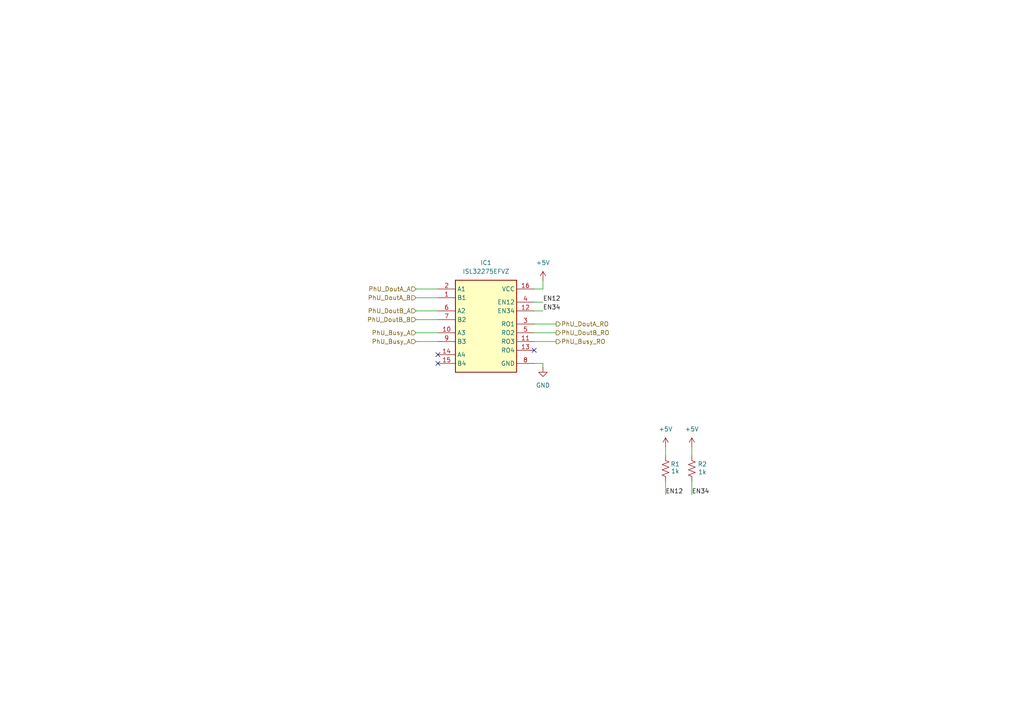
<source format=kicad_sch>
(kicad_sch (version 20250114) (generator "eeschema") (generator_version "9.0")
  (paper "A4")
  (lib_symbols
    (symbol "Device:R_US" (pin_numbers (hide yes)) (pin_names (offset 0))
      (property "Reference" "R" (at 2.54 0 90))
      (property "Value" "R_US" (at -2.54 0 90))
      (symbol "R_US_0_1"
        (polyline (pts (xy 0 2.286) (xy 0 2.54)))
        (polyline (pts (xy 0 2.286) (xy 1.016 1.905) (xy 0 1.524) (xy -1.016 1.143) (xy 0 0.762)))
        (polyline (pts (xy 0 0.762) (xy 1.016 0.381) (xy 0 0) (xy -1.016 -0.381) (xy 0 -0.762)))
        (polyline (pts (xy 0 -0.762) (xy 1.016 -1.143) (xy 0 -1.524) (xy -1.016 -1.905) (xy 0 -2.286)))
        (polyline (pts (xy 0 -2.286) (xy 0 -2.54)))
      )
      (symbol "R_US_1_1"
        (pin passive line (at 0 3.81 270) (length 1.27) (name "~") (number "1"))
        (pin passive line (at 0 -3.81 90) (length 1.27) (name "~") (number "2"))
      )
    )
    (symbol "Samacsys:ISL32275EFVZ"
      (property "Reference" "IC1" (at 13.97 11.43 0))
      (property "Value" "ISL32275EFVZ" (at 13.97 8.89 0))
      (symbol "ISL32275EFVZ_1_1"
        (rectangle (start 5.08 6.35) (end 22.86 -20.32) (stroke (width 0.254)) (fill (type background)))
        (pin passive line (at 0 3.81 0) (length 5.08) (name "A1") (number "2"))
        (pin passive line (at 0 1.27 0) (length 5.08) (name "B1") (number "1"))
        (pin passive line (at 0 -2.54 0) (length 5.08) (name "A2") (number "6"))
        (pin passive line (at 0 -5.08 0) (length 5.08) (name "B2") (number "7"))
        (pin passive line (at 0 -8.89 0) (length 5.08) (name "A3") (number "10"))
        (pin passive line (at 0 -11.43 0) (length 5.08) (name "B3") (number "9"))
        (pin passive line (at 0 -15.24 0) (length 5.08) (name "A4") (number "14"))
        (pin passive line (at 0 -17.78 0) (length 5.08) (name "B4") (number "15"))
        (pin passive line (at 27.94 3.81 180) (length 5.08) (name "VCC") (number "16"))
        (pin passive line (at 27.94 0 180) (length 5.08) (name "EN12") (number "4"))
        (pin passive line (at 27.94 -2.54 180) (length 5.08) (name "EN34") (number "12"))
        (pin passive line (at 27.94 -6.35 180) (length 5.08) (name "RO1") (number "3"))
        (pin passive line (at 27.94 -8.89 180) (length 5.08) (name "RO2") (number "5"))
        (pin passive line (at 27.94 -11.43 180) (length 5.08) (name "RO3") (number "11"))
        (pin passive line (at 27.94 -13.97 180) (length 5.08) (name "RO4") (number "13"))
        (pin passive line (at 27.94 -17.78 180) (length 5.08) (name "GND") (number "8"))
      )
    )
    (symbol "power:+5V" (power) (pin_numbers (hide yes)) (pin_names (offset 0) (hide yes))
      (property "Value" "+5V" (at 0 3.556 0))
      (symbol "+5V_0_1"
        (polyline (pts (xy -0.762 1.27) (xy 0 2.54)))
        (polyline (pts (xy 0 2.54) (xy 0.762 1.27)))
        (polyline (pts (xy 0 0) (xy 0 2.54)))
      )
      (symbol "+5V_1_1"
        (pin power_in line (at 0 0 90) (length 0) (name "~") (number "1"))
      )
    )
    (symbol "power:GND" (power) (pin_numbers (hide yes)) (pin_names (offset 0) (hide yes))
      (property "Value" "GND" (at 0 -3.81 0))
      (symbol "GND_0_1"
        (polyline (pts (xy 0 0) (xy 0 -1.27) (xy 1.27 -1.27) (xy 0 -2.54) (xy -1.27 -1.27) (xy 0 -1.27)))
      )
      (symbol "GND_1_1"
        (pin power_in line (at 0 0 270) (length 0) (name "~") (number "1"))
      )
    )
  )
  (no_connect (at 127 105.41))
  (no_connect (at 127 102.87))
  (no_connect (at 154.94 101.6))
  (wire (pts (xy 157.48 105.41) (xy 157.48 106.68)))
  (wire (pts (xy 157.48 81.28) (xy 157.48 83.82)))
  (wire (pts (xy 120.65 92.71) (xy 127 92.71)))
  (wire (pts (xy 154.94 90.17) (xy 157.48 90.17)))
  (wire (pts (xy 154.94 105.41) (xy 157.48 105.41)))
  (wire (pts (xy 120.65 86.36) (xy 127 86.36)))
  (wire (pts (xy 200.66 129.54) (xy 200.66 132.08)))
  (wire (pts (xy 157.48 83.82) (xy 154.94 83.82)))
  (wire (pts (xy 120.65 83.82) (xy 127 83.82)))
  (wire (pts (xy 120.65 90.17) (xy 127 90.17)))
  (wire (pts (xy 154.94 87.63) (xy 157.48 87.63)))
  (wire (pts (xy 200.66 139.7) (xy 200.66 143.51)))
  (wire (pts (xy 193.04 129.54) (xy 193.04 132.08)))
  (wire (pts (xy 120.65 96.52) (xy 127 96.52)))
  (wire (pts (xy 193.04 139.7) (xy 193.04 143.51)))
  (wire (pts (xy 154.94 93.98) (xy 161.29 93.98)))
  (wire (pts (xy 120.65 99.06) (xy 127 99.06)))
  (wire (pts (xy 154.94 99.06) (xy 161.29 99.06)))
  (wire (pts (xy 154.94 96.52) (xy 161.29 96.52)))
  (label "EN12" (at 193.04 143.51 0))
  (label "EN12" (at 157.48 87.63 0))
  (label "EN34" (at 157.48 90.17 0))
  (label "EN34" (at 200.66 143.51 0))
  (hierarchical_label "PhU_DoutB_B" (shape input) (at 120.65 92.71 180))
  (hierarchical_label "PhU_Busy_A" (shape input) (at 120.65 96.52 180))
  (hierarchical_label "PhU_Busy_RO" (shape output) (at 161.29 99.06 0))
  (hierarchical_label "PhU_DoutA_RO" (shape output) (at 161.29 93.98 0))
  (hierarchical_label "PhU_DoutA_A" (shape input) (at 120.65 83.82 180))
  (hierarchical_label "PhU_Busy_A" (shape input) (at 120.65 99.06 180))
  (hierarchical_label "PhU_DoutB_A" (shape input) (at 120.65 90.17 180))
  (hierarchical_label "PhU_DoutB_RO" (shape output) (at 161.29 96.52 0))
  (hierarchical_label "PhU_DoutA_B" (shape input) (at 120.65 86.36 180))
  (symbol (lib_id "Device:R_US") (at 200.66 135.89 180) (unit 1)
    (property "Reference" "R2" (at 203.708 134.62 0))
    (property "Value" "1k" (at 203.708 136.906 0))
    (property "Footprint" "Resistor_SMD:R_0603_1608Metric" (effects (hide yes)))
    (property "Description" "Resistor, US symbol" (effects (hide yes)))
  )
  (symbol (lib_id "power:+5V") (at 157.48 81.28 0) (unit 1)
    (property "Reference" "#PWR04" (effects (hide yes)))
    (property "Value" "+5V" (at 157.48 76.2 0))
    (property "Description" "Power symbol creates a global label with name \"+5V\"" (effects (hide yes)))
  )
  (symbol (lib_id "power:GND") (at 157.48 106.68 0) (unit 1)
    (property "Reference" "#PWR01" (effects (hide yes)))
    (property "Value" "GND" (at 157.48 111.76 0))
    (property "Description" "Power symbol creates a global label with name \"GND\" , ground" (effects (hide yes)))
  )
  (symbol (lib_id "Device:R_US") (at 193.04 135.89 180) (unit 1)
    (property "Reference" "R1" (at 195.834 134.62 0))
    (property "Value" "1k" (at 195.834 136.652 0))
    (property "Footprint" "Resistor_SMD:R_0603_1608Metric" (effects (hide yes)))
    (property "Description" "Resistor, US symbol" (effects (hide yes)))
  )
  (symbol (lib_id "power:+5V") (at 193.04 129.54 0) (unit 1)
    (property "Reference" "#PWR02" (effects (hide yes)))
    (property "Value" "+5V" (at 193.04 124.46 0))
    (property "Description" "Power symbol creates a global label with name \"+5V\"" (effects (hide yes)))
  )
  (symbol (lib_id "Samacsys:ISL32275EFVZ") (at 127 87.63 0) (unit 1)
    (property "Reference" "IC1" (at 140.97 76.2 0))
    (property "Value" "ISL32275EFVZ" (at 140.97 78.74 0))
    (property "Footprint" "Samacsys:SOP65P640X120-16N" (effects (hide yes)))
    (property "Datasheet" "https://www.renesas.com/en-us/www/doc/datasheet/isl32173e-177e-273e-275e-277e.pdf" (effects (hide yes)))
    (property "Description" "These Renesas devices are +/-16. 5kV IEC61000-4-2 ESD protected, 3. 0V to 5. 5V powered, quad receivers for balanced communication using the RS-485 and RS-422 standards. Each receiver has low input currents (+/-200uA), so it presents a 1/4 unit load to the RS-485 bus and allows up to 128 receivers on the bus. The ISL32173E and ISL32177E are high data rate receivers that operate at data rates up to 80Mbps. Their 8ns maximum propagation delay skew (tolerance) ensures excellent part-to-part matching. The ISL32273E" (effects (hide yes)))
    (property "Height" "1.2" (effects (hide yes)))
    (property "Mouser Part Number" "968-ISL32275EFVZ" (effects (hide yes)))
    (property "Mouser Price/Stock" "https://www.mouser.co.uk/ProductDetail/Renesas-Intersil/ISL32275EFVZ?qs=9fLuogzTs8KcTuMU1oXkEg%3D%3D" (effects (hide yes)))
    (property "Manufacturer_Name" "Renesas Electronics" (effects (hide yes)))
    (property "Manufacturer_Part_Number" "ISL32275EFVZ" (effects (hide yes)))
  )
  (symbol (lib_id "power:+5V") (at 200.66 129.54 0) (unit 1)
    (property "Reference" "#PWR03" (effects (hide yes)))
    (property "Value" "+5V" (at 200.66 124.46 0))
    (property "Description" "Power symbol creates a global label with name \"+5V\"" (effects (hide yes)))
  )
)
</source>
